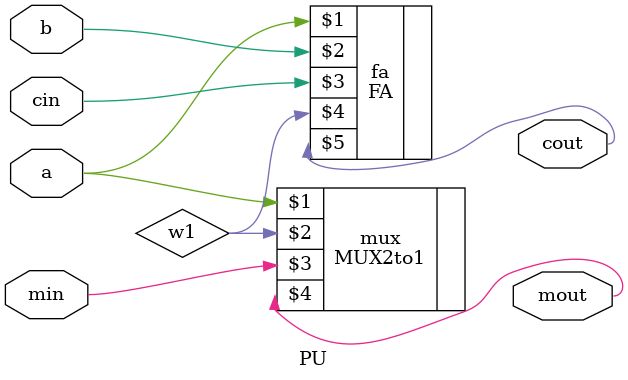
<source format=sv>
`include "../../FA/FA.sv"
`include "../../MUX2to1/MUX2to1.sv"

module PU(
    input a,b,cin,min,
    output cout, mout
);
    wire w1;

    FA fa(a,b,cin,w1,cout);
    MUX2to1 mux(a,w1,min,mout);

endmodule
</source>
